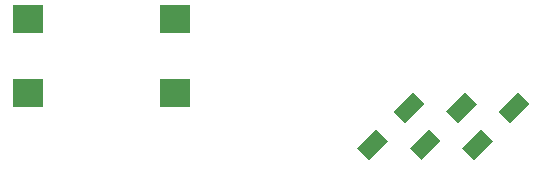
<source format=gbr>
G04 #@! TF.GenerationSoftware,KiCad,Pcbnew,5.0.2+dfsg1-1~bpo9+1*
G04 #@! TF.CreationDate,2021-02-20T06:45:01-05:00*
G04 #@! TF.ProjectId,vexas,76657861-732e-46b6-9963-61645f706362,rev?*
G04 #@! TF.SameCoordinates,Original*
G04 #@! TF.FileFunction,Paste,Bot*
G04 #@! TF.FilePolarity,Positive*
%FSLAX46Y46*%
G04 Gerber Fmt 4.6, Leading zero omitted, Abs format (unit mm)*
G04 Created by KiCad (PCBNEW 5.0.2+dfsg1-1~bpo9+1) date Sat 20 Feb 2021 06:45:01 AM EST*
%MOMM*%
%LPD*%
G01*
G04 APERTURE LIST*
%ADD10C,1.399540*%
%ADD11C,1.000000*%
%ADD12R,2.500000X2.400000*%
G04 APERTURE END LIST*
D10*
G04 #@! TO.C,R36*
X234029620Y-75850380D03*
D11*
G36*
X233710821Y-77158803D02*
X232721197Y-76169179D01*
X234348419Y-74541957D01*
X235338043Y-75531581D01*
X233710821Y-77158803D01*
X233710821Y-77158803D01*
G37*
D10*
X237140380Y-72739620D03*
D11*
G36*
X236821581Y-74048043D02*
X235831957Y-73058419D01*
X237459179Y-71431197D01*
X238448803Y-72420821D01*
X236821581Y-74048043D01*
X236821581Y-74048043D01*
G37*
G04 #@! TD*
D10*
G04 #@! TO.C,R37*
X238474620Y-75850380D03*
D11*
G36*
X238155821Y-77158803D02*
X237166197Y-76169179D01*
X238793419Y-74541957D01*
X239783043Y-75531581D01*
X238155821Y-77158803D01*
X238155821Y-77158803D01*
G37*
D10*
X241585380Y-72739620D03*
D11*
G36*
X241266581Y-74048043D02*
X240276957Y-73058419D01*
X241904179Y-71431197D01*
X242893803Y-72420821D01*
X241266581Y-74048043D01*
X241266581Y-74048043D01*
G37*
G04 #@! TD*
D10*
G04 #@! TO.C,R38*
X242919620Y-75850380D03*
D11*
G36*
X242600821Y-77158803D02*
X241611197Y-76169179D01*
X243238419Y-74541957D01*
X244228043Y-75531581D01*
X242600821Y-77158803D01*
X242600821Y-77158803D01*
G37*
D10*
X246030380Y-72739620D03*
D11*
G36*
X245711581Y-74048043D02*
X244721957Y-73058419D01*
X246349179Y-71431197D01*
X247338803Y-72420821D01*
X245711581Y-74048043D01*
X245711581Y-74048043D01*
G37*
G04 #@! TD*
D12*
G04 #@! TO.C,R1*
X204851000Y-71476000D03*
X204851000Y-65176000D03*
G04 #@! TD*
G04 #@! TO.C,R2*
X217297000Y-71476000D03*
X217297000Y-65176000D03*
G04 #@! TD*
M02*

</source>
